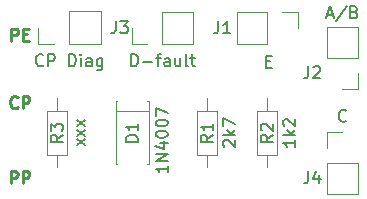
<source format=gbr>
%TF.GenerationSoftware,KiCad,Pcbnew,5.0.1-33cea8e~68~ubuntu16.04.1*%
%TF.CreationDate,2018-12-14T10:51:57+01:00*%
%TF.ProjectId,EVSE-Car-Simulator,455653452D4361722D53696D756C6174,rev?*%
%TF.SameCoordinates,Original*%
%TF.FileFunction,Legend,Top*%
%TF.FilePolarity,Positive*%
%FSLAX46Y46*%
G04 Gerber Fmt 4.6, Leading zero omitted, Abs format (unit mm)*
G04 Created by KiCad (PCBNEW 5.0.1-33cea8e~68~ubuntu16.04.1) date Fr 14 Dez 2018 10:51:57 CET*
%MOMM*%
%LPD*%
G01*
G04 APERTURE LIST*
%ADD10C,0.250000*%
%ADD11C,0.120000*%
%ADD12C,0.150000*%
G04 APERTURE END LIST*
D10*
X130683095Y-109672380D02*
X130683095Y-108672380D01*
X131064047Y-108672380D01*
X131159285Y-108720000D01*
X131206904Y-108767619D01*
X131254523Y-108862857D01*
X131254523Y-109005714D01*
X131206904Y-109100952D01*
X131159285Y-109148571D01*
X131064047Y-109196190D01*
X130683095Y-109196190D01*
X131683095Y-109672380D02*
X131683095Y-108672380D01*
X132064047Y-108672380D01*
X132159285Y-108720000D01*
X132206904Y-108767619D01*
X132254523Y-108862857D01*
X132254523Y-109005714D01*
X132206904Y-109100952D01*
X132159285Y-109148571D01*
X132064047Y-109196190D01*
X131683095Y-109196190D01*
X131254523Y-103227142D02*
X131206904Y-103274761D01*
X131064047Y-103322380D01*
X130968809Y-103322380D01*
X130825952Y-103274761D01*
X130730714Y-103179523D01*
X130683095Y-103084285D01*
X130635476Y-102893809D01*
X130635476Y-102750952D01*
X130683095Y-102560476D01*
X130730714Y-102465238D01*
X130825952Y-102370000D01*
X130968809Y-102322380D01*
X131064047Y-102322380D01*
X131206904Y-102370000D01*
X131254523Y-102417619D01*
X131683095Y-103322380D02*
X131683095Y-102322380D01*
X132064047Y-102322380D01*
X132159285Y-102370000D01*
X132206904Y-102417619D01*
X132254523Y-102512857D01*
X132254523Y-102655714D01*
X132206904Y-102750952D01*
X132159285Y-102798571D01*
X132064047Y-102846190D01*
X131683095Y-102846190D01*
X130730714Y-97607380D02*
X130730714Y-96607380D01*
X131111666Y-96607380D01*
X131206904Y-96655000D01*
X131254523Y-96702619D01*
X131302142Y-96797857D01*
X131302142Y-96940714D01*
X131254523Y-97035952D01*
X131206904Y-97083571D01*
X131111666Y-97131190D01*
X130730714Y-97131190D01*
X131730714Y-97083571D02*
X132064047Y-97083571D01*
X132206904Y-97607380D02*
X131730714Y-97607380D01*
X131730714Y-96607380D01*
X132206904Y-96607380D01*
D11*
X133760000Y-107270000D02*
X135480000Y-107270000D01*
X135480000Y-107270000D02*
X135480000Y-103550000D01*
X135480000Y-103550000D02*
X133760000Y-103550000D01*
X133760000Y-103550000D02*
X133760000Y-107270000D01*
X134620000Y-108340000D02*
X134620000Y-107270000D01*
X134620000Y-102480000D02*
X134620000Y-103550000D01*
X135636000Y-97910000D02*
X138296000Y-97910000D01*
X138296000Y-97910000D02*
X138296000Y-95130000D01*
X138296000Y-95130000D02*
X135636000Y-95130000D01*
X135636000Y-95130000D02*
X135636000Y-97910000D01*
X134366000Y-97910000D02*
X132976000Y-97910000D01*
X132976000Y-97910000D02*
X132976000Y-96520000D01*
X142380000Y-103590000D02*
X139560000Y-103590000D01*
X139560000Y-108070000D02*
X139690000Y-108070000D01*
X139560000Y-102750000D02*
X139560000Y-108070000D01*
X139690000Y-102750000D02*
X139560000Y-102750000D01*
X142380000Y-108070000D02*
X142250000Y-108070000D01*
X142380000Y-102750000D02*
X142380000Y-108070000D01*
X142250000Y-102750000D02*
X142380000Y-102750000D01*
X149800000Y-95190000D02*
X149800000Y-97850000D01*
X152400000Y-95190000D02*
X149800000Y-95190000D01*
X152400000Y-97850000D02*
X149800000Y-97850000D01*
X152400000Y-95190000D02*
X152400000Y-97850000D01*
X153670000Y-95190000D02*
X155000000Y-95190000D01*
X155000000Y-95190000D02*
X155000000Y-96520000D01*
X160080000Y-101660000D02*
X158750000Y-101660000D01*
X160080000Y-100330000D02*
X160080000Y-101660000D01*
X160080000Y-99060000D02*
X157420000Y-99060000D01*
X157420000Y-99060000D02*
X157420000Y-96460000D01*
X160080000Y-99060000D02*
X160080000Y-96460000D01*
X160080000Y-96460000D02*
X157420000Y-96460000D01*
X140910000Y-97850000D02*
X140910000Y-96520000D01*
X142240000Y-97850000D02*
X140910000Y-97850000D01*
X143510000Y-97850000D02*
X143510000Y-95190000D01*
X143510000Y-95190000D02*
X146110000Y-95190000D01*
X143510000Y-97850000D02*
X146110000Y-97850000D01*
X146110000Y-97850000D02*
X146110000Y-95190000D01*
X157420000Y-110550000D02*
X160080000Y-110550000D01*
X157420000Y-107950000D02*
X157420000Y-110550000D01*
X160080000Y-107950000D02*
X160080000Y-110550000D01*
X157420000Y-107950000D02*
X160080000Y-107950000D01*
X157420000Y-106680000D02*
X157420000Y-105350000D01*
X157420000Y-105350000D02*
X158750000Y-105350000D01*
X147320000Y-108340000D02*
X147320000Y-107270000D01*
X147320000Y-102480000D02*
X147320000Y-103550000D01*
X148180000Y-107270000D02*
X148180000Y-103550000D01*
X146460000Y-107270000D02*
X148180000Y-107270000D01*
X146460000Y-103550000D02*
X146460000Y-107270000D01*
X148180000Y-103550000D02*
X146460000Y-103550000D01*
X153260000Y-103550000D02*
X151540000Y-103550000D01*
X151540000Y-103550000D02*
X151540000Y-107270000D01*
X151540000Y-107270000D02*
X153260000Y-107270000D01*
X153260000Y-107270000D02*
X153260000Y-103550000D01*
X152400000Y-102480000D02*
X152400000Y-103550000D01*
X152400000Y-108340000D02*
X152400000Y-107270000D01*
D12*
X135072380Y-105576666D02*
X134596190Y-105910000D01*
X135072380Y-106148095D02*
X134072380Y-106148095D01*
X134072380Y-105767142D01*
X134120000Y-105671904D01*
X134167619Y-105624285D01*
X134262857Y-105576666D01*
X134405714Y-105576666D01*
X134500952Y-105624285D01*
X134548571Y-105671904D01*
X134596190Y-105767142D01*
X134596190Y-106148095D01*
X134072380Y-105243333D02*
X134072380Y-104624285D01*
X134453333Y-104957619D01*
X134453333Y-104814761D01*
X134500952Y-104719523D01*
X134548571Y-104671904D01*
X134643809Y-104624285D01*
X134881904Y-104624285D01*
X134977142Y-104671904D01*
X135024761Y-104719523D01*
X135072380Y-104814761D01*
X135072380Y-105100476D01*
X135024761Y-105195714D01*
X134977142Y-105243333D01*
X136977380Y-106481428D02*
X136310714Y-105957619D01*
X136310714Y-106481428D02*
X136977380Y-105957619D01*
X136977380Y-105671904D02*
X136310714Y-105148095D01*
X136310714Y-105671904D02*
X136977380Y-105148095D01*
X136977380Y-104862380D02*
X136310714Y-104338571D01*
X136310714Y-104862380D02*
X136977380Y-104338571D01*
X133421714Y-99671142D02*
X133374095Y-99718761D01*
X133231238Y-99766380D01*
X133136000Y-99766380D01*
X132993142Y-99718761D01*
X132897904Y-99623523D01*
X132850285Y-99528285D01*
X132802666Y-99337809D01*
X132802666Y-99194952D01*
X132850285Y-99004476D01*
X132897904Y-98909238D01*
X132993142Y-98814000D01*
X133136000Y-98766380D01*
X133231238Y-98766380D01*
X133374095Y-98814000D01*
X133421714Y-98861619D01*
X133850285Y-99766380D02*
X133850285Y-98766380D01*
X134231238Y-98766380D01*
X134326476Y-98814000D01*
X134374095Y-98861619D01*
X134421714Y-98956857D01*
X134421714Y-99099714D01*
X134374095Y-99194952D01*
X134326476Y-99242571D01*
X134231238Y-99290190D01*
X133850285Y-99290190D01*
X135612190Y-99766380D02*
X135612190Y-98766380D01*
X135850285Y-98766380D01*
X135993142Y-98814000D01*
X136088380Y-98909238D01*
X136136000Y-99004476D01*
X136183619Y-99194952D01*
X136183619Y-99337809D01*
X136136000Y-99528285D01*
X136088380Y-99623523D01*
X135993142Y-99718761D01*
X135850285Y-99766380D01*
X135612190Y-99766380D01*
X136612190Y-99766380D02*
X136612190Y-99099714D01*
X136612190Y-98766380D02*
X136564571Y-98814000D01*
X136612190Y-98861619D01*
X136659809Y-98814000D01*
X136612190Y-98766380D01*
X136612190Y-98861619D01*
X137516952Y-99766380D02*
X137516952Y-99242571D01*
X137469333Y-99147333D01*
X137374095Y-99099714D01*
X137183619Y-99099714D01*
X137088380Y-99147333D01*
X137516952Y-99718761D02*
X137421714Y-99766380D01*
X137183619Y-99766380D01*
X137088380Y-99718761D01*
X137040761Y-99623523D01*
X137040761Y-99528285D01*
X137088380Y-99433047D01*
X137183619Y-99385428D01*
X137421714Y-99385428D01*
X137516952Y-99337809D01*
X138421714Y-99099714D02*
X138421714Y-99909238D01*
X138374095Y-100004476D01*
X138326476Y-100052095D01*
X138231238Y-100099714D01*
X138088380Y-100099714D01*
X137993142Y-100052095D01*
X138421714Y-99718761D02*
X138326476Y-99766380D01*
X138136000Y-99766380D01*
X138040761Y-99718761D01*
X137993142Y-99671142D01*
X137945523Y-99575904D01*
X137945523Y-99290190D01*
X137993142Y-99194952D01*
X138040761Y-99147333D01*
X138136000Y-99099714D01*
X138326476Y-99099714D01*
X138421714Y-99147333D01*
X141422380Y-106148095D02*
X140422380Y-106148095D01*
X140422380Y-105910000D01*
X140470000Y-105767142D01*
X140565238Y-105671904D01*
X140660476Y-105624285D01*
X140850952Y-105576666D01*
X140993809Y-105576666D01*
X141184285Y-105624285D01*
X141279523Y-105671904D01*
X141374761Y-105767142D01*
X141422380Y-105910000D01*
X141422380Y-106148095D01*
X141422380Y-104624285D02*
X141422380Y-105195714D01*
X141422380Y-104910000D02*
X140422380Y-104910000D01*
X140565238Y-105005238D01*
X140660476Y-105100476D01*
X140708095Y-105195714D01*
X143962380Y-108187857D02*
X143962380Y-108759285D01*
X143962380Y-108473571D02*
X142962380Y-108473571D01*
X143105238Y-108568809D01*
X143200476Y-108664047D01*
X143248095Y-108759285D01*
X143962380Y-107759285D02*
X142962380Y-107759285D01*
X143962380Y-107187857D01*
X142962380Y-107187857D01*
X143295714Y-106283095D02*
X143962380Y-106283095D01*
X142914761Y-106521190D02*
X143629047Y-106759285D01*
X143629047Y-106140238D01*
X142962380Y-105568809D02*
X142962380Y-105473571D01*
X143010000Y-105378333D01*
X143057619Y-105330714D01*
X143152857Y-105283095D01*
X143343333Y-105235476D01*
X143581428Y-105235476D01*
X143771904Y-105283095D01*
X143867142Y-105330714D01*
X143914761Y-105378333D01*
X143962380Y-105473571D01*
X143962380Y-105568809D01*
X143914761Y-105664047D01*
X143867142Y-105711666D01*
X143771904Y-105759285D01*
X143581428Y-105806904D01*
X143343333Y-105806904D01*
X143152857Y-105759285D01*
X143057619Y-105711666D01*
X143010000Y-105664047D01*
X142962380Y-105568809D01*
X142962380Y-104616428D02*
X142962380Y-104521190D01*
X143010000Y-104425952D01*
X143057619Y-104378333D01*
X143152857Y-104330714D01*
X143343333Y-104283095D01*
X143581428Y-104283095D01*
X143771904Y-104330714D01*
X143867142Y-104378333D01*
X143914761Y-104425952D01*
X143962380Y-104521190D01*
X143962380Y-104616428D01*
X143914761Y-104711666D01*
X143867142Y-104759285D01*
X143771904Y-104806904D01*
X143581428Y-104854523D01*
X143343333Y-104854523D01*
X143152857Y-104806904D01*
X143057619Y-104759285D01*
X143010000Y-104711666D01*
X142962380Y-104616428D01*
X142962380Y-103949761D02*
X142962380Y-103283095D01*
X143962380Y-103711666D01*
X148256666Y-95972380D02*
X148256666Y-96686666D01*
X148209047Y-96829523D01*
X148113809Y-96924761D01*
X147970952Y-96972380D01*
X147875714Y-96972380D01*
X149256666Y-96972380D02*
X148685238Y-96972380D01*
X148970952Y-96972380D02*
X148970952Y-95972380D01*
X148875714Y-96115238D01*
X148780476Y-96210476D01*
X148685238Y-96258095D01*
X152312714Y-99369571D02*
X152646047Y-99369571D01*
X152788904Y-99893380D02*
X152312714Y-99893380D01*
X152312714Y-98893380D01*
X152788904Y-98893380D01*
X155876666Y-99782380D02*
X155876666Y-100496666D01*
X155829047Y-100639523D01*
X155733809Y-100734761D01*
X155590952Y-100782380D01*
X155495714Y-100782380D01*
X156305238Y-99877619D02*
X156352857Y-99830000D01*
X156448095Y-99782380D01*
X156686190Y-99782380D01*
X156781428Y-99830000D01*
X156829047Y-99877619D01*
X156876666Y-99972857D01*
X156876666Y-100068095D01*
X156829047Y-100210952D01*
X156257619Y-100782380D01*
X156876666Y-100782380D01*
X157488095Y-95416666D02*
X157964285Y-95416666D01*
X157392857Y-95702380D02*
X157726190Y-94702380D01*
X158059523Y-95702380D01*
X159107142Y-94654761D02*
X158250000Y-95940476D01*
X159773809Y-95178571D02*
X159916666Y-95226190D01*
X159964285Y-95273809D01*
X160011904Y-95369047D01*
X160011904Y-95511904D01*
X159964285Y-95607142D01*
X159916666Y-95654761D01*
X159821428Y-95702380D01*
X159440476Y-95702380D01*
X159440476Y-94702380D01*
X159773809Y-94702380D01*
X159869047Y-94750000D01*
X159916666Y-94797619D01*
X159964285Y-94892857D01*
X159964285Y-94988095D01*
X159916666Y-95083333D01*
X159869047Y-95130952D01*
X159773809Y-95178571D01*
X159440476Y-95178571D01*
X139576666Y-95972380D02*
X139576666Y-96686666D01*
X139529047Y-96829523D01*
X139433809Y-96924761D01*
X139290952Y-96972380D01*
X139195714Y-96972380D01*
X139957619Y-95972380D02*
X140576666Y-95972380D01*
X140243333Y-96353333D01*
X140386190Y-96353333D01*
X140481428Y-96400952D01*
X140529047Y-96448571D01*
X140576666Y-96543809D01*
X140576666Y-96781904D01*
X140529047Y-96877142D01*
X140481428Y-96924761D01*
X140386190Y-96972380D01*
X140100476Y-96972380D01*
X140005238Y-96924761D01*
X139957619Y-96877142D01*
X140890952Y-99766380D02*
X140890952Y-98766380D01*
X141129047Y-98766380D01*
X141271904Y-98814000D01*
X141367142Y-98909238D01*
X141414761Y-99004476D01*
X141462380Y-99194952D01*
X141462380Y-99337809D01*
X141414761Y-99528285D01*
X141367142Y-99623523D01*
X141271904Y-99718761D01*
X141129047Y-99766380D01*
X140890952Y-99766380D01*
X141890952Y-99385428D02*
X142652857Y-99385428D01*
X142986190Y-99099714D02*
X143367142Y-99099714D01*
X143129047Y-99766380D02*
X143129047Y-98909238D01*
X143176666Y-98814000D01*
X143271904Y-98766380D01*
X143367142Y-98766380D01*
X144129047Y-99766380D02*
X144129047Y-99242571D01*
X144081428Y-99147333D01*
X143986190Y-99099714D01*
X143795714Y-99099714D01*
X143700476Y-99147333D01*
X144129047Y-99718761D02*
X144033809Y-99766380D01*
X143795714Y-99766380D01*
X143700476Y-99718761D01*
X143652857Y-99623523D01*
X143652857Y-99528285D01*
X143700476Y-99433047D01*
X143795714Y-99385428D01*
X144033809Y-99385428D01*
X144129047Y-99337809D01*
X145033809Y-99099714D02*
X145033809Y-99766380D01*
X144605238Y-99099714D02*
X144605238Y-99623523D01*
X144652857Y-99718761D01*
X144748095Y-99766380D01*
X144890952Y-99766380D01*
X144986190Y-99718761D01*
X145033809Y-99671142D01*
X145652857Y-99766380D02*
X145557619Y-99718761D01*
X145510000Y-99623523D01*
X145510000Y-98766380D01*
X145890952Y-99099714D02*
X146271904Y-99099714D01*
X146033809Y-98766380D02*
X146033809Y-99623523D01*
X146081428Y-99718761D01*
X146176666Y-99766380D01*
X146271904Y-99766380D01*
X155876666Y-108672380D02*
X155876666Y-109386666D01*
X155829047Y-109529523D01*
X155733809Y-109624761D01*
X155590952Y-109672380D01*
X155495714Y-109672380D01*
X156781428Y-109005714D02*
X156781428Y-109672380D01*
X156543333Y-108624761D02*
X156305238Y-109339047D01*
X156924285Y-109339047D01*
X159059523Y-104370142D02*
X159011904Y-104417761D01*
X158869047Y-104465380D01*
X158773809Y-104465380D01*
X158630952Y-104417761D01*
X158535714Y-104322523D01*
X158488095Y-104227285D01*
X158440476Y-104036809D01*
X158440476Y-103893952D01*
X158488095Y-103703476D01*
X158535714Y-103608238D01*
X158630952Y-103513000D01*
X158773809Y-103465380D01*
X158869047Y-103465380D01*
X159011904Y-103513000D01*
X159059523Y-103560619D01*
X147772380Y-105576666D02*
X147296190Y-105910000D01*
X147772380Y-106148095D02*
X146772380Y-106148095D01*
X146772380Y-105767142D01*
X146820000Y-105671904D01*
X146867619Y-105624285D01*
X146962857Y-105576666D01*
X147105714Y-105576666D01*
X147200952Y-105624285D01*
X147248571Y-105671904D01*
X147296190Y-105767142D01*
X147296190Y-106148095D01*
X147772380Y-104624285D02*
X147772380Y-105195714D01*
X147772380Y-104910000D02*
X146772380Y-104910000D01*
X146915238Y-105005238D01*
X147010476Y-105100476D01*
X147058095Y-105195714D01*
X148772619Y-106576666D02*
X148725000Y-106529047D01*
X148677380Y-106433809D01*
X148677380Y-106195714D01*
X148725000Y-106100476D01*
X148772619Y-106052857D01*
X148867857Y-106005238D01*
X148963095Y-106005238D01*
X149105952Y-106052857D01*
X149677380Y-106624285D01*
X149677380Y-106005238D01*
X149677380Y-105576666D02*
X148677380Y-105576666D01*
X149296428Y-105481428D02*
X149677380Y-105195714D01*
X149010714Y-105195714D02*
X149391666Y-105576666D01*
X148677380Y-104862380D02*
X148677380Y-104195714D01*
X149677380Y-104624285D01*
X152852380Y-105576666D02*
X152376190Y-105910000D01*
X152852380Y-106148095D02*
X151852380Y-106148095D01*
X151852380Y-105767142D01*
X151900000Y-105671904D01*
X151947619Y-105624285D01*
X152042857Y-105576666D01*
X152185714Y-105576666D01*
X152280952Y-105624285D01*
X152328571Y-105671904D01*
X152376190Y-105767142D01*
X152376190Y-106148095D01*
X151947619Y-105195714D02*
X151900000Y-105148095D01*
X151852380Y-105052857D01*
X151852380Y-104814761D01*
X151900000Y-104719523D01*
X151947619Y-104671904D01*
X152042857Y-104624285D01*
X152138095Y-104624285D01*
X152280952Y-104671904D01*
X152852380Y-105243333D01*
X152852380Y-104624285D01*
X154757380Y-106005238D02*
X154757380Y-106576666D01*
X154757380Y-106290952D02*
X153757380Y-106290952D01*
X153900238Y-106386190D01*
X153995476Y-106481428D01*
X154043095Y-106576666D01*
X154757380Y-105576666D02*
X153757380Y-105576666D01*
X154376428Y-105481428D02*
X154757380Y-105195714D01*
X154090714Y-105195714D02*
X154471666Y-105576666D01*
X153852619Y-104814761D02*
X153805000Y-104767142D01*
X153757380Y-104671904D01*
X153757380Y-104433809D01*
X153805000Y-104338571D01*
X153852619Y-104290952D01*
X153947857Y-104243333D01*
X154043095Y-104243333D01*
X154185952Y-104290952D01*
X154757380Y-104862380D01*
X154757380Y-104243333D01*
M02*

</source>
